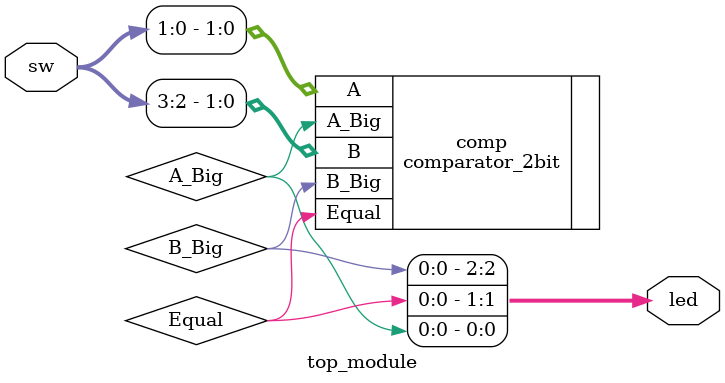
<source format=v>
`timescale 1ns / 1ps

module top_module (
    input wire [3:0] sw,       // ½ºÀ§Ä¡ ÀÔ·Â (4°³)
    output wire [2:0] led      // LED Ãâ·Â (3°³)
);

    wire A_Big, Equal, B_Big;

    // A¿Í B ÀÔ·Â ¼³Á¤
    comparator_2bit comp (
        .A(sw[1:0]),           // A = sw[1:0]
        .B(sw[3:2]),           // B = sw[3:2]
        .A_Big(A_Big),         // A > B °á°ú
        .Equal(Equal),         // A == B °á°ú
        .B_Big(B_Big)          // A < B °á°ú
    );

    // LED ¸ÅÇÎ
    assign led[0] = A_Big;     // A_BigÀ» LED0¿¡ ¸ÅÇÎ
    assign led[1] = Equal;     // EqualÀ» LED1¿¡ ¸ÅÇÎ
    assign led[2] = B_Big;     // B_BigÀ» LED2¿¡ ¸ÅÇÎ

endmodule



</source>
